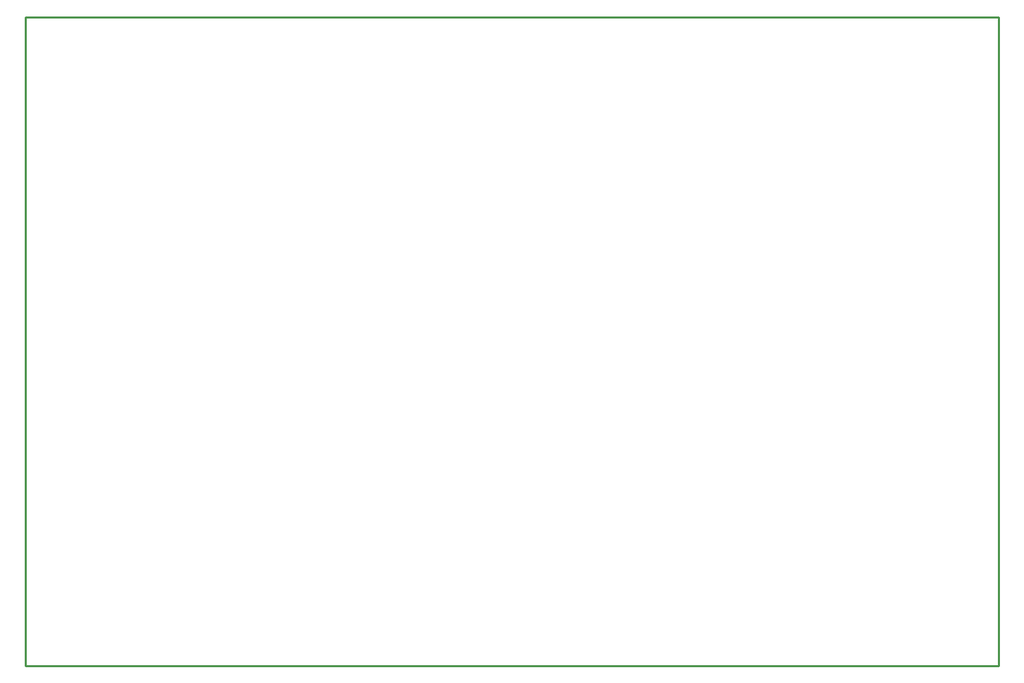
<source format=gbr>
%TF.GenerationSoftware,KiCad,Pcbnew,7.0.11-7.0.11~ubuntu22.04.1*%
%TF.CreationDate,2024-03-11T16:24:11+02:00*%
%TF.ProjectId,GateMateA1-EVB_Rev_B,47617465-4d61-4746-9541-312d4556425f,B*%
%TF.SameCoordinates,PX5f5e100PY7bfa480*%
%TF.FileFunction,Profile,NP*%
%FSLAX46Y46*%
G04 Gerber Fmt 4.6, Leading zero omitted, Abs format (unit mm)*
G04 Created by KiCad (PCBNEW 7.0.11-7.0.11~ubuntu22.04.1) date 2024-03-11 16:24:11*
%MOMM*%
%LPD*%
G01*
G04 APERTURE LIST*
%TA.AperFunction,Profile*%
%ADD10C,0.254000*%
%TD*%
G04 APERTURE END LIST*
D10*
X0Y80000000D02*
X120000000Y80000000D01*
X120000000Y0D01*
X0Y0D01*
X0Y80000000D01*
M02*

</source>
